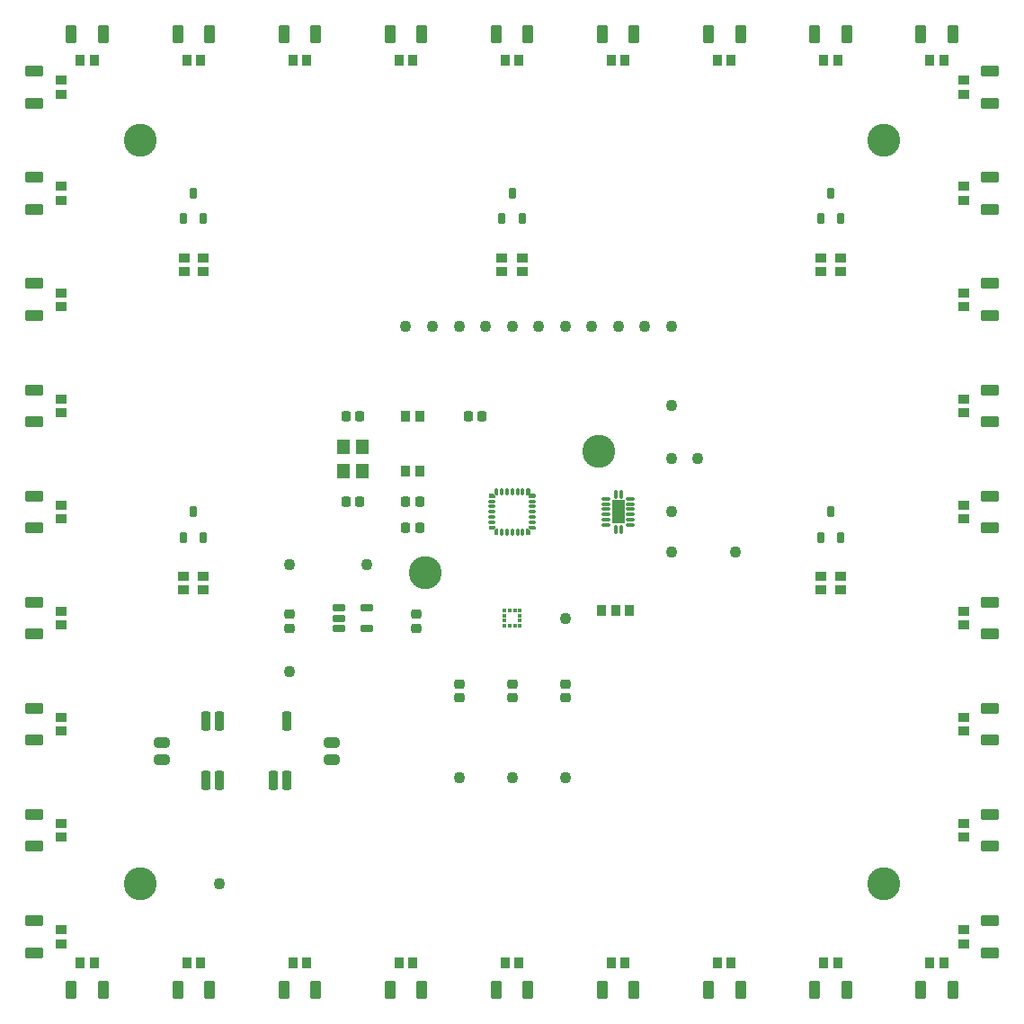
<source format=gts>
G04*
G04 #@! TF.GenerationSoftware,Altium Limited,Altium Designer,24.1.2 (44)*
G04*
G04 Layer_Color=16711833*
%FSLAX44Y44*%
%MOMM*%
G71*
G04*
G04 #@! TF.SameCoordinates,7EB18013-0C48-4019-8723-447A6BD9C726*
G04*
G04*
G04 #@! TF.FilePolarity,Negative*
G04*
G01*
G75*
G04:AMPARAMS|DCode=12|XSize=1.7mm|YSize=1.1mm|CornerRadius=0.175mm|HoleSize=0mm|Usage=FLASHONLY|Rotation=0.000|XOffset=0mm|YOffset=0mm|HoleType=Round|Shape=RoundedRectangle|*
%AMROUNDEDRECTD12*
21,1,1.7000,0.7500,0,0,0.0*
21,1,1.3500,1.1000,0,0,0.0*
1,1,0.3500,0.6750,-0.3750*
1,1,0.3500,-0.6750,-0.3750*
1,1,0.3500,-0.6750,0.3750*
1,1,0.3500,0.6750,0.3750*
%
%ADD12ROUNDEDRECTD12*%
%ADD13R,1.0000X0.9000*%
%ADD14C,1.1000*%
G04:AMPARAMS|DCode=15|XSize=1mm|YSize=0.9mm|CornerRadius=0.25mm|HoleSize=0mm|Usage=FLASHONLY|Rotation=0.000|XOffset=0mm|YOffset=0mm|HoleType=Round|Shape=RoundedRectangle|*
%AMROUNDEDRECTD15*
21,1,1.0000,0.4000,0,0,0.0*
21,1,0.5000,0.9000,0,0,0.0*
1,1,0.5000,0.2500,-0.2000*
1,1,0.5000,-0.2500,-0.2000*
1,1,0.5000,-0.2500,0.2000*
1,1,0.5000,0.2500,0.2000*
%
%ADD15ROUNDEDRECTD15*%
%ADD16R,0.9000X1.0000*%
G04:AMPARAMS|DCode=17|XSize=1mm|YSize=0.9mm|CornerRadius=0.25mm|HoleSize=0mm|Usage=FLASHONLY|Rotation=90.000|XOffset=0mm|YOffset=0mm|HoleType=Round|Shape=RoundedRectangle|*
%AMROUNDEDRECTD17*
21,1,1.0000,0.4000,0,0,90.0*
21,1,0.5000,0.9000,0,0,90.0*
1,1,0.5000,0.2000,0.2500*
1,1,0.5000,0.2000,-0.2500*
1,1,0.5000,-0.2000,-0.2500*
1,1,0.5000,-0.2000,0.2500*
%
%ADD17ROUNDEDRECTD17*%
G04:AMPARAMS|DCode=18|XSize=1.8mm|YSize=0.9mm|CornerRadius=0.25mm|HoleSize=0mm|Usage=FLASHONLY|Rotation=90.000|XOffset=0mm|YOffset=0mm|HoleType=Round|Shape=RoundedRectangle|*
%AMROUNDEDRECTD18*
21,1,1.8000,0.4000,0,0,90.0*
21,1,1.3000,0.9000,0,0,90.0*
1,1,0.5000,0.2000,0.6500*
1,1,0.5000,0.2000,-0.6500*
1,1,0.5000,-0.2000,-0.6500*
1,1,0.5000,-0.2000,0.6500*
%
%ADD18ROUNDEDRECTD18*%
G04:AMPARAMS|DCode=19|XSize=1.45mm|YSize=1mm|CornerRadius=0.275mm|HoleSize=0mm|Usage=FLASHONLY|Rotation=180.000|XOffset=0mm|YOffset=0mm|HoleType=Round|Shape=RoundedRectangle|*
%AMROUNDEDRECTD19*
21,1,1.4500,0.4500,0,0,180.0*
21,1,0.9000,1.0000,0,0,180.0*
1,1,0.5500,-0.4500,0.2250*
1,1,0.5500,0.4500,0.2250*
1,1,0.5500,0.4500,-0.2250*
1,1,0.5500,-0.4500,-0.2250*
%
%ADD19ROUNDEDRECTD19*%
G04:AMPARAMS|DCode=20|XSize=0.65mm|YSize=0.4mm|CornerRadius=0.125mm|HoleSize=0mm|Usage=FLASHONLY|Rotation=270.000|XOffset=0mm|YOffset=0mm|HoleType=Round|Shape=RoundedRectangle|*
%AMROUNDEDRECTD20*
21,1,0.6500,0.1500,0,0,270.0*
21,1,0.4000,0.4000,0,0,270.0*
1,1,0.2500,-0.0750,-0.2000*
1,1,0.2500,-0.0750,0.2000*
1,1,0.2500,0.0750,0.2000*
1,1,0.2500,0.0750,-0.2000*
%
%ADD20ROUNDEDRECTD20*%
G04:AMPARAMS|DCode=21|XSize=0.65mm|YSize=0.4mm|CornerRadius=0.125mm|HoleSize=0mm|Usage=FLASHONLY|Rotation=180.000|XOffset=0mm|YOffset=0mm|HoleType=Round|Shape=RoundedRectangle|*
%AMROUNDEDRECTD21*
21,1,0.6500,0.1500,0,0,180.0*
21,1,0.4000,0.4000,0,0,180.0*
1,1,0.2500,-0.2000,0.0750*
1,1,0.2500,0.2000,0.0750*
1,1,0.2500,0.2000,-0.0750*
1,1,0.2500,-0.2000,-0.0750*
%
%ADD21ROUNDEDRECTD21*%
%ADD22R,1.2000X1.4000*%
G04:AMPARAMS|DCode=23|XSize=0.7mm|YSize=1mm|CornerRadius=0.125mm|HoleSize=0mm|Usage=FLASHONLY|Rotation=180.000|XOffset=0mm|YOffset=0mm|HoleType=Round|Shape=RoundedRectangle|*
%AMROUNDEDRECTD23*
21,1,0.7000,0.7500,0,0,180.0*
21,1,0.4500,1.0000,0,0,180.0*
1,1,0.2500,-0.2250,0.3750*
1,1,0.2500,0.2250,0.3750*
1,1,0.2500,0.2250,-0.3750*
1,1,0.2500,-0.2250,-0.3750*
%
%ADD23ROUNDEDRECTD23*%
%ADD24R,0.3750X0.3500*%
%ADD25R,0.3500X0.3750*%
G04:AMPARAMS|DCode=26|XSize=0.7mm|YSize=1.2mm|CornerRadius=0.125mm|HoleSize=0mm|Usage=FLASHONLY|Rotation=90.000|XOffset=0mm|YOffset=0mm|HoleType=Round|Shape=RoundedRectangle|*
%AMROUNDEDRECTD26*
21,1,0.7000,0.9500,0,0,90.0*
21,1,0.4500,1.2000,0,0,90.0*
1,1,0.2500,0.4750,0.2250*
1,1,0.2500,0.4750,-0.2250*
1,1,0.2500,-0.4750,-0.2250*
1,1,0.2500,-0.4750,0.2250*
%
%ADD26ROUNDEDRECTD26*%
G04:AMPARAMS|DCode=27|XSize=0.8mm|YSize=0.4mm|CornerRadius=0.125mm|HoleSize=0mm|Usage=FLASHONLY|Rotation=0.000|XOffset=0mm|YOffset=0mm|HoleType=Round|Shape=RoundedRectangle|*
%AMROUNDEDRECTD27*
21,1,0.8000,0.1500,0,0,0.0*
21,1,0.5500,0.4000,0,0,0.0*
1,1,0.2500,0.2750,-0.0750*
1,1,0.2500,-0.2750,-0.0750*
1,1,0.2500,-0.2750,0.0750*
1,1,0.2500,0.2750,0.0750*
%
%ADD27ROUNDEDRECTD27*%
G04:AMPARAMS|DCode=28|XSize=0.8mm|YSize=0.4mm|CornerRadius=0.125mm|HoleSize=0mm|Usage=FLASHONLY|Rotation=270.000|XOffset=0mm|YOffset=0mm|HoleType=Round|Shape=RoundedRectangle|*
%AMROUNDEDRECTD28*
21,1,0.8000,0.1500,0,0,270.0*
21,1,0.5500,0.4000,0,0,270.0*
1,1,0.2500,-0.0750,-0.2750*
1,1,0.2500,-0.0750,0.2750*
1,1,0.2500,0.0750,0.2750*
1,1,0.2500,0.0750,-0.2750*
%
%ADD28ROUNDEDRECTD28*%
%ADD29R,1.2500X2.2500*%
G04:AMPARAMS|DCode=30|XSize=1.7mm|YSize=1.1mm|CornerRadius=0.175mm|HoleSize=0mm|Usage=FLASHONLY|Rotation=270.000|XOffset=0mm|YOffset=0mm|HoleType=Round|Shape=RoundedRectangle|*
%AMROUNDEDRECTD30*
21,1,1.7000,0.7500,0,0,270.0*
21,1,1.3500,1.1000,0,0,270.0*
1,1,0.3500,-0.3750,-0.6750*
1,1,0.3500,-0.3750,0.6750*
1,1,0.3500,0.3750,0.6750*
1,1,0.3500,0.3750,-0.6750*
%
%ADD30ROUNDEDRECTD30*%
%ADD31C,3.1000*%
G36*
X483487Y486994D02*
X483497Y486993D01*
X483591Y486964D01*
X483867Y486850D01*
X483954Y486804D01*
X484030Y486741D01*
X484241Y486530D01*
X484304Y486454D01*
X484350Y486367D01*
X484464Y486091D01*
X484493Y485997D01*
X484502Y485899D01*
Y485899D01*
D01*
Y485750D01*
X484502Y485750D01*
Y485000D01*
X484493Y484902D01*
X484464Y484808D01*
X484418Y484721D01*
X484355Y484645D01*
X484355Y484645D01*
X482855Y483145D01*
X482779Y483082D01*
X482692Y483036D01*
X482670Y483029D01*
X482598Y483007D01*
X482549Y483002D01*
X482500Y482998D01*
X482500Y482998D01*
X479250D01*
X479250Y482998D01*
X479101D01*
X479013Y483006D01*
X479003Y483007D01*
X478909Y483036D01*
X478633Y483150D01*
X478546Y483196D01*
X478470Y483259D01*
X478259Y483470D01*
X478196Y483546D01*
X478150Y483633D01*
X478036Y483909D01*
X478007Y484003D01*
Y484003D01*
X478007Y484003D01*
X478001Y484062D01*
X477998Y484101D01*
Y484101D01*
Y484101D01*
X477998Y484250D01*
Y485750D01*
X477998Y485750D01*
Y485899D01*
X478006Y485987D01*
X478007Y485997D01*
X478036Y486091D01*
X478150Y486367D01*
X478196Y486454D01*
X478259Y486530D01*
X478470Y486741D01*
X478546Y486804D01*
X478633Y486850D01*
X478909Y486964D01*
X479003Y486993D01*
X479101Y487002D01*
D01*
X479101D01*
X483399D01*
X483487Y486994D01*
D02*
G37*
G36*
X485997Y484493D02*
X486091Y484464D01*
X486367Y484350D01*
X486454Y484304D01*
X486530Y484241D01*
X486741Y484030D01*
X486804Y483954D01*
X486850Y483867D01*
X486964Y483591D01*
X486993Y483497D01*
X486994Y483487D01*
X487002Y483399D01*
Y483250D01*
Y479250D01*
Y479101D01*
Y479101D01*
D01*
X486993Y479003D01*
X486964Y478909D01*
X486850Y478633D01*
X486804Y478546D01*
X486741Y478470D01*
X486530Y478259D01*
X486454Y478196D01*
X486367Y478150D01*
X486091Y478036D01*
X485997Y478007D01*
X485987Y478006D01*
X485899Y477998D01*
X485750D01*
X485750Y477998D01*
X485749Y477998D01*
X484250D01*
X484250Y477998D01*
X484101D01*
X484101D01*
D01*
X484003Y478007D01*
X483909Y478036D01*
X483633Y478150D01*
X483546Y478196D01*
X483470Y478259D01*
X483259Y478470D01*
X483196Y478546D01*
X483150Y478633D01*
X483036Y478909D01*
X483007Y479003D01*
X483006Y479013D01*
X482998Y479101D01*
Y479250D01*
X482998Y479250D01*
Y482500D01*
X482998Y482500D01*
X483002Y482549D01*
X483007Y482598D01*
X483029Y482670D01*
X483036Y482692D01*
X483082Y482779D01*
X483145Y482855D01*
X484645Y484355D01*
X484645Y484355D01*
X484721Y484418D01*
X484808Y484464D01*
X484902Y484493D01*
X485000Y484502D01*
X485750D01*
X485750Y484502D01*
X485899D01*
X485899D01*
D01*
X485997Y484493D01*
D02*
G37*
G36*
X485987Y521994D02*
X485997Y521993D01*
X486091Y521964D01*
X486367Y521850D01*
X486454Y521804D01*
X486530Y521741D01*
X486741Y521530D01*
X486804Y521454D01*
X486850Y521367D01*
X486964Y521091D01*
X486993Y520997D01*
X487002Y520899D01*
D01*
Y520899D01*
Y520750D01*
Y516750D01*
Y516601D01*
X486994Y516513D01*
X486993Y516503D01*
X486964Y516409D01*
X486850Y516133D01*
X486804Y516046D01*
X486741Y515970D01*
X486530Y515759D01*
X486454Y515696D01*
X486367Y515650D01*
X486091Y515536D01*
X485997Y515507D01*
X485899Y515498D01*
D01*
X485899D01*
X485750D01*
X485749Y515498D01*
X485000D01*
X484902Y515507D01*
X484808Y515536D01*
X484721Y515582D01*
X484645Y515645D01*
X484645Y515645D01*
X483145Y517145D01*
X483082Y517221D01*
X483036Y517308D01*
X483029Y517330D01*
X483007Y517402D01*
X483002Y517451D01*
X482998Y517500D01*
X482998Y517500D01*
Y520750D01*
X482998Y520750D01*
Y520899D01*
X483006Y520987D01*
X483007Y520997D01*
X483036Y521091D01*
X483150Y521367D01*
X483196Y521454D01*
X483259Y521530D01*
X483470Y521741D01*
X483546Y521804D01*
X483633Y521850D01*
X483909Y521964D01*
X484003Y521993D01*
X484003D01*
X484003Y521993D01*
X484062Y521999D01*
X484101Y522002D01*
X484101D01*
X484101D01*
X484250Y522002D01*
X485750D01*
X485750Y522002D01*
X485899D01*
X485987Y521994D01*
D02*
G37*
G36*
X482549Y516998D02*
X482598Y516993D01*
X482670Y516971D01*
X482692Y516964D01*
X482779Y516918D01*
X482855Y516855D01*
X484355Y515355D01*
X484355Y515355D01*
X484418Y515279D01*
X484464Y515192D01*
X484493Y515098D01*
X484502Y515000D01*
Y514250D01*
X484502Y514250D01*
Y514101D01*
D01*
Y514101D01*
X484493Y514003D01*
X484464Y513909D01*
X484350Y513633D01*
X484304Y513546D01*
X484241Y513470D01*
X484030Y513259D01*
X483954Y513196D01*
X483867Y513150D01*
X483591Y513036D01*
X483497Y513007D01*
X483487Y513006D01*
X483399Y512998D01*
X479101D01*
X479101D01*
D01*
X479003Y513007D01*
X478909Y513036D01*
X478633Y513150D01*
X478546Y513196D01*
X478470Y513259D01*
X478259Y513470D01*
X478196Y513546D01*
X478150Y513633D01*
X478036Y513909D01*
X478007Y514003D01*
X478006Y514013D01*
X477998Y514101D01*
Y514250D01*
X477998Y514250D01*
X477998Y514250D01*
Y515750D01*
X477998Y515750D01*
Y515899D01*
D01*
Y515899D01*
X478007Y515997D01*
X478036Y516091D01*
X478150Y516367D01*
X478196Y516454D01*
X478259Y516530D01*
X478470Y516741D01*
X478546Y516804D01*
X478633Y516850D01*
X478909Y516964D01*
X479003Y516993D01*
X479013Y516994D01*
X479101Y517002D01*
X479250D01*
X479250Y517002D01*
X482500D01*
X482500Y517002D01*
X482549Y516998D01*
D02*
G37*
G36*
X520997Y486993D02*
X521091Y486964D01*
X521367Y486850D01*
X521454Y486804D01*
X521530Y486741D01*
X521741Y486530D01*
X521804Y486454D01*
X521850Y486367D01*
X521964Y486091D01*
X521993Y485997D01*
X521994Y485987D01*
X522002Y485899D01*
Y485750D01*
X522002Y485750D01*
Y484250D01*
X522002Y484250D01*
Y484101D01*
D01*
Y484101D01*
X521993Y484003D01*
X521964Y483909D01*
X521850Y483633D01*
X521804Y483546D01*
X521741Y483470D01*
X521530Y483259D01*
X521454Y483196D01*
X521367Y483150D01*
X521091Y483036D01*
X520997Y483007D01*
X520987Y483006D01*
X520899Y482998D01*
X520750D01*
X520750Y482998D01*
X517500D01*
X517500Y482998D01*
X517451Y483002D01*
X517402Y483007D01*
X517330Y483029D01*
X517308Y483036D01*
X517221Y483082D01*
X517145Y483145D01*
X515645Y484645D01*
X515645Y484645D01*
X515582Y484721D01*
X515536Y484808D01*
X515507Y484902D01*
X515498Y485000D01*
Y485750D01*
X515498Y485750D01*
Y485899D01*
D01*
Y485899D01*
X515507Y485997D01*
X515536Y486091D01*
X515650Y486367D01*
X515696Y486454D01*
X515759Y486530D01*
X515970Y486741D01*
X516046Y486804D01*
X516133Y486850D01*
X516409Y486964D01*
X516503Y486993D01*
X516513Y486994D01*
X516601Y487002D01*
X520899D01*
X520899D01*
D01*
X520997Y486993D01*
D02*
G37*
G36*
X514250Y484502D02*
X515000D01*
X515098Y484493D01*
X515192Y484464D01*
X515279Y484418D01*
X515355Y484355D01*
X515355Y484355D01*
X516855Y482855D01*
X516918Y482779D01*
X516964Y482692D01*
X516971Y482670D01*
X516993Y482598D01*
X516998Y482549D01*
X517002Y482500D01*
X517002Y482500D01*
Y479250D01*
X517002Y479250D01*
Y479101D01*
X516994Y479013D01*
X516993Y479003D01*
X516964Y478909D01*
X516850Y478633D01*
X516804Y478546D01*
X516741Y478470D01*
X516530Y478259D01*
X516454Y478196D01*
X516367Y478150D01*
X516091Y478036D01*
X515997Y478007D01*
X515997D01*
X515997Y478007D01*
X515938Y478001D01*
X515899Y477998D01*
X515899D01*
X515899D01*
X515750Y477998D01*
X514250D01*
X514250Y477998D01*
X514101D01*
X514013Y478006D01*
X514003Y478007D01*
X513909Y478036D01*
X513633Y478150D01*
X513546Y478196D01*
X513470Y478259D01*
X513259Y478470D01*
X513196Y478546D01*
X513150Y478633D01*
X513036Y478909D01*
X513007Y479003D01*
X512998Y479101D01*
D01*
Y479101D01*
Y479250D01*
Y483250D01*
Y483399D01*
X513006Y483487D01*
X513007Y483497D01*
X513036Y483591D01*
X513150Y483867D01*
X513196Y483954D01*
X513259Y484030D01*
X513470Y484241D01*
X513546Y484304D01*
X513633Y484350D01*
X513909Y484464D01*
X514003Y484493D01*
X514101Y484502D01*
D01*
X514101D01*
X514250D01*
X514250Y484502D01*
D02*
G37*
G36*
X515938Y521999D02*
X515997Y521993D01*
X515997Y521993D01*
X515997D01*
X516091Y521964D01*
X516367Y521850D01*
X516454Y521804D01*
X516530Y521741D01*
X516741Y521530D01*
X516804Y521454D01*
X516850Y521367D01*
X516964Y521091D01*
X516993Y520997D01*
X516994Y520987D01*
X517002Y520899D01*
Y520750D01*
X517002Y520750D01*
Y517500D01*
X517002Y517500D01*
X516998Y517451D01*
X516993Y517402D01*
X516971Y517330D01*
X516964Y517308D01*
X516918Y517221D01*
X516855Y517145D01*
X515355Y515645D01*
X515355Y515645D01*
X515279Y515582D01*
X515192Y515536D01*
X515098Y515507D01*
X515000Y515498D01*
X514250D01*
X514250Y515498D01*
X514101D01*
X514101D01*
D01*
X514003Y515507D01*
X513909Y515536D01*
X513633Y515650D01*
X513546Y515696D01*
X513470Y515759D01*
X513259Y515970D01*
X513196Y516046D01*
X513150Y516133D01*
X513036Y516409D01*
X513007Y516503D01*
X513006Y516513D01*
X512998Y516601D01*
Y516750D01*
Y520750D01*
Y520899D01*
Y520899D01*
D01*
X513007Y520997D01*
X513036Y521091D01*
X513150Y521367D01*
X513196Y521454D01*
X513259Y521530D01*
X513470Y521741D01*
X513546Y521804D01*
X513633Y521850D01*
X513909Y521964D01*
X514003Y521993D01*
X514013Y521994D01*
X514101Y522002D01*
X514250D01*
X514250Y522002D01*
X515750D01*
X515899Y522002D01*
X515899D01*
X515899D01*
X515938Y521999D01*
D02*
G37*
G36*
X520987Y516994D02*
X520997Y516993D01*
X521091Y516964D01*
X521367Y516850D01*
X521454Y516804D01*
X521530Y516741D01*
X521741Y516530D01*
X521804Y516454D01*
X521850Y516367D01*
X521964Y516091D01*
X521993Y515997D01*
Y515997D01*
X521993Y515997D01*
X521999Y515938D01*
X522002Y515899D01*
Y515899D01*
Y515899D01*
X522002Y515750D01*
Y514250D01*
X522002Y514250D01*
Y514101D01*
X521994Y514013D01*
X521993Y514003D01*
X521964Y513909D01*
X521850Y513633D01*
X521804Y513546D01*
X521741Y513470D01*
X521530Y513259D01*
X521454Y513196D01*
X521367Y513150D01*
X521091Y513036D01*
X520997Y513007D01*
X520899Y512998D01*
D01*
X520899D01*
X516601D01*
X516513Y513006D01*
X516503Y513007D01*
X516409Y513036D01*
X516133Y513150D01*
X516046Y513196D01*
X515970Y513259D01*
X515759Y513470D01*
X515696Y513546D01*
X515650Y513633D01*
X515536Y513909D01*
X515507Y514003D01*
X515498Y514101D01*
Y514101D01*
D01*
Y514250D01*
X515498Y514250D01*
Y515000D01*
X515507Y515098D01*
X515536Y515192D01*
X515582Y515279D01*
X515645Y515355D01*
X515645Y515355D01*
X517145Y516855D01*
X517221Y516918D01*
X517308Y516964D01*
X517330Y516971D01*
X517402Y516993D01*
X517451Y516998D01*
X517500Y517002D01*
X517500Y517002D01*
X520750D01*
X520750Y517002D01*
X520899D01*
X520987Y516994D01*
D02*
G37*
D12*
X50000Y415000D02*
D03*
X950000Y885000D02*
D03*
Y915000D02*
D03*
Y785000D02*
D03*
Y815000D02*
D03*
Y685000D02*
D03*
Y715000D02*
D03*
X50000Y215000D02*
D03*
Y185000D02*
D03*
Y315000D02*
D03*
Y285000D02*
D03*
Y385000D02*
D03*
Y515000D02*
D03*
Y485000D02*
D03*
Y615000D02*
D03*
Y585000D02*
D03*
Y715000D02*
D03*
Y685000D02*
D03*
Y815000D02*
D03*
Y785000D02*
D03*
Y915000D02*
D03*
Y885000D02*
D03*
Y115000D02*
D03*
Y85000D02*
D03*
X950000Y585000D02*
D03*
Y615000D02*
D03*
Y485000D02*
D03*
Y515000D02*
D03*
Y385000D02*
D03*
Y415000D02*
D03*
Y285000D02*
D03*
Y315000D02*
D03*
Y185000D02*
D03*
Y215000D02*
D03*
Y85000D02*
D03*
Y115000D02*
D03*
D13*
X509500Y739500D02*
D03*
Y726500D02*
D03*
X490500Y739500D02*
D03*
Y726500D02*
D03*
X925000Y406500D02*
D03*
Y393500D02*
D03*
Y306500D02*
D03*
Y293500D02*
D03*
Y893500D02*
D03*
Y906500D02*
D03*
Y793500D02*
D03*
Y806500D02*
D03*
Y693500D02*
D03*
Y706500D02*
D03*
X75000Y206500D02*
D03*
Y193500D02*
D03*
Y306500D02*
D03*
Y293500D02*
D03*
Y406500D02*
D03*
Y393500D02*
D03*
Y506500D02*
D03*
Y493500D02*
D03*
Y606500D02*
D03*
Y593500D02*
D03*
Y706500D02*
D03*
Y693500D02*
D03*
Y806500D02*
D03*
Y793500D02*
D03*
Y906500D02*
D03*
Y893500D02*
D03*
X809500Y726500D02*
D03*
Y739500D02*
D03*
X209500Y726500D02*
D03*
Y739500D02*
D03*
X790500Y726500D02*
D03*
Y739500D02*
D03*
X191000Y726500D02*
D03*
X191000Y739500D02*
D03*
X75000Y106500D02*
D03*
Y93500D02*
D03*
X209500Y426500D02*
D03*
Y439500D02*
D03*
X190500Y426500D02*
D03*
Y439500D02*
D03*
X925000Y593500D02*
D03*
Y606500D02*
D03*
Y493500D02*
D03*
Y506500D02*
D03*
Y193500D02*
D03*
Y206500D02*
D03*
Y93500D02*
D03*
Y106500D02*
D03*
X809500Y426500D02*
D03*
Y439500D02*
D03*
X790500Y426500D02*
D03*
Y439500D02*
D03*
D14*
X650000Y462500D02*
D03*
X675000Y550000D02*
D03*
X650000Y675000D02*
D03*
X575000D02*
D03*
X600000D02*
D03*
X625000D02*
D03*
X710000Y462500D02*
D03*
X650000Y600000D02*
D03*
Y550000D02*
D03*
Y500000D02*
D03*
X425000Y675000D02*
D03*
X400000D02*
D03*
X450000D02*
D03*
X475000D02*
D03*
X500000D02*
D03*
X525000D02*
D03*
X550000D02*
D03*
X450000Y250000D02*
D03*
X550000Y400000D02*
D03*
X290000Y350000D02*
D03*
X363000Y450000D02*
D03*
X290000D02*
D03*
X224600Y150000D02*
D03*
X550000Y250000D02*
D03*
X500000D02*
D03*
D15*
X290000Y403500D02*
D03*
Y390500D02*
D03*
X410000Y403500D02*
D03*
Y390500D02*
D03*
X550000Y338000D02*
D03*
Y325000D02*
D03*
X500000Y338000D02*
D03*
Y325000D02*
D03*
X450000Y338000D02*
D03*
Y325000D02*
D03*
D16*
X93500Y925000D02*
D03*
X106500D02*
D03*
X400000Y538500D02*
D03*
X413000D02*
D03*
Y590000D02*
D03*
X400000D02*
D03*
X610500Y407500D02*
D03*
X597500D02*
D03*
X584500D02*
D03*
X506500Y925000D02*
D03*
X493500D02*
D03*
X606500D02*
D03*
X593500D02*
D03*
X706500D02*
D03*
X693500D02*
D03*
X806500D02*
D03*
X793500D02*
D03*
X906500D02*
D03*
X893500D02*
D03*
X206500D02*
D03*
X193500D02*
D03*
X306500D02*
D03*
X293500D02*
D03*
X406500D02*
D03*
X393500D02*
D03*
X693500Y75000D02*
D03*
X706500D02*
D03*
X593500D02*
D03*
X606500D02*
D03*
X493500D02*
D03*
X506500D02*
D03*
X393500D02*
D03*
X406500D02*
D03*
X293500D02*
D03*
X306500D02*
D03*
X193500D02*
D03*
X206500D02*
D03*
X93500D02*
D03*
X106500D02*
D03*
X893500D02*
D03*
X906500D02*
D03*
X793500D02*
D03*
X806500D02*
D03*
D17*
X400000Y510000D02*
D03*
X413000D02*
D03*
X400000Y485000D02*
D03*
X413000D02*
D03*
X356500Y510000D02*
D03*
X343500D02*
D03*
X356500Y590000D02*
D03*
X343500D02*
D03*
X458500D02*
D03*
X471500D02*
D03*
D18*
X211900Y247000D02*
D03*
X224600D02*
D03*
X275400D02*
D03*
X288100D02*
D03*
Y303000D02*
D03*
X224600D02*
D03*
X211900D02*
D03*
D19*
X330000Y283000D02*
D03*
Y267000D02*
D03*
X170000Y283000D02*
D03*
Y267000D02*
D03*
D20*
X490000Y518750D02*
D03*
X495000D02*
D03*
X500000D02*
D03*
X505000D02*
D03*
X510000D02*
D03*
Y481250D02*
D03*
X505000D02*
D03*
X500000D02*
D03*
X495000D02*
D03*
X490000D02*
D03*
D21*
X518750Y510000D02*
D03*
Y505000D02*
D03*
Y500000D02*
D03*
Y495000D02*
D03*
Y490000D02*
D03*
X481250D02*
D03*
Y495000D02*
D03*
Y500000D02*
D03*
Y505000D02*
D03*
Y510000D02*
D03*
D22*
X359250Y561500D02*
D03*
X340750D02*
D03*
Y538500D02*
D03*
X359250D02*
D03*
D23*
X200000Y800000D02*
D03*
X209500Y776000D02*
D03*
X190500Y776000D02*
D03*
X800000Y800000D02*
D03*
X809500Y776000D02*
D03*
X790500D02*
D03*
X500000Y800000D02*
D03*
X509500Y776000D02*
D03*
X490500D02*
D03*
X200000Y500000D02*
D03*
X209500Y476000D02*
D03*
X190500D02*
D03*
X800000Y500000D02*
D03*
X809500Y476000D02*
D03*
X790500D02*
D03*
D24*
X507500Y397500D02*
D03*
Y402500D02*
D03*
X492500D02*
D03*
Y397500D02*
D03*
D25*
X507500Y407500D02*
D03*
X502500D02*
D03*
X497500D02*
D03*
X492500D02*
D03*
Y392500D02*
D03*
X497500D02*
D03*
X502500D02*
D03*
X507500D02*
D03*
D26*
X363000Y409500D02*
D03*
Y390500D02*
D03*
X337000D02*
D03*
Y400000D02*
D03*
Y409500D02*
D03*
D27*
X611500Y487500D02*
D03*
Y492500D02*
D03*
Y497500D02*
D03*
Y502500D02*
D03*
Y507500D02*
D03*
Y512500D02*
D03*
X588500D02*
D03*
Y507500D02*
D03*
Y502500D02*
D03*
Y497500D02*
D03*
Y492500D02*
D03*
Y487500D02*
D03*
D28*
X602500Y516500D02*
D03*
X597500D02*
D03*
X602500Y483500D02*
D03*
X597500D02*
D03*
D29*
X600000Y500000D02*
D03*
D30*
X515000Y950000D02*
D03*
X485000D02*
D03*
X615000D02*
D03*
X585000D02*
D03*
X715000D02*
D03*
X685000D02*
D03*
X815000D02*
D03*
X785000D02*
D03*
X915000D02*
D03*
X885000D02*
D03*
X115000D02*
D03*
X85000D02*
D03*
X215000D02*
D03*
X185000D02*
D03*
X315000D02*
D03*
X285000D02*
D03*
X415000D02*
D03*
X385000D02*
D03*
X685000Y50000D02*
D03*
X715000D02*
D03*
X585000D02*
D03*
X615000D02*
D03*
X485000D02*
D03*
X515000D02*
D03*
X385000D02*
D03*
X415000D02*
D03*
X285000D02*
D03*
X315000D02*
D03*
X185000D02*
D03*
X215000D02*
D03*
X85000D02*
D03*
X115000D02*
D03*
X885000D02*
D03*
X915000D02*
D03*
X785000D02*
D03*
X815000D02*
D03*
D31*
X418085Y442643D02*
D03*
X581915Y557357D02*
D03*
X150000Y850000D02*
D03*
X850000D02*
D03*
Y150000D02*
D03*
X150000D02*
D03*
M02*

</source>
